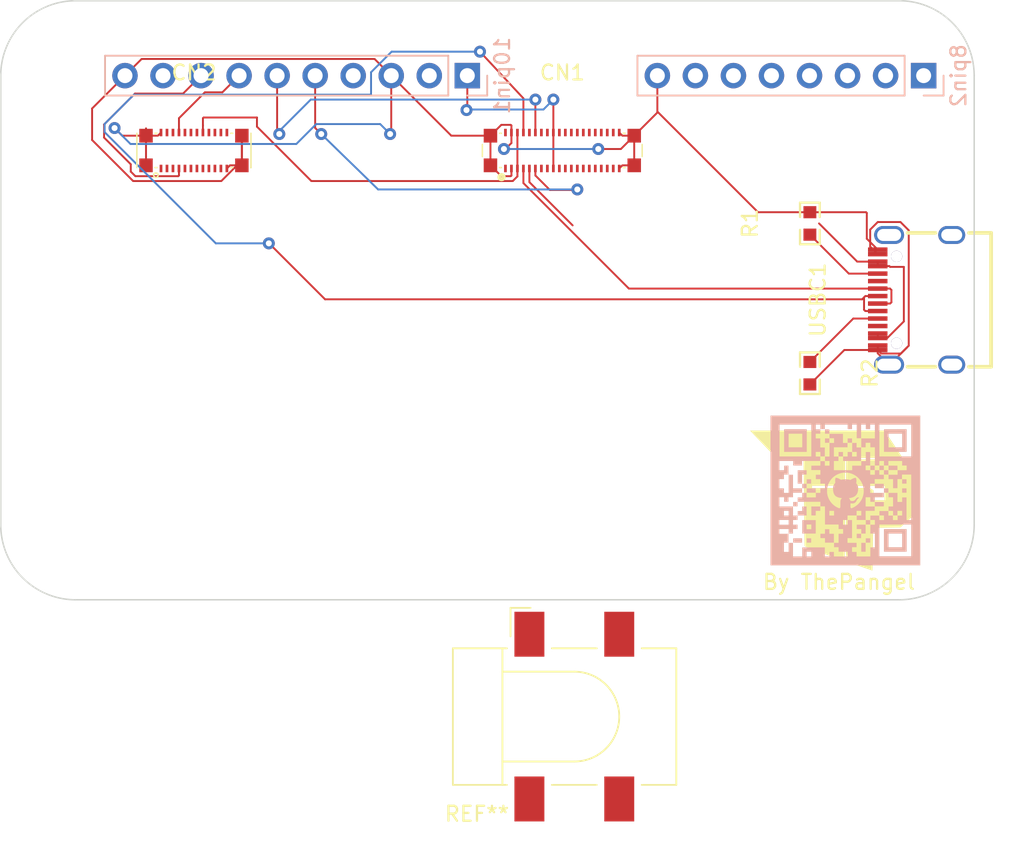
<source format=kicad_pcb>
(kicad_pcb (version 20221018) (generator pcbnew)
  (layers (0 "F.Cu" signal) (31 "B.Cu" signal) (34 "B.Paste" user) (35 "F.Paste" user) (36 "B.SilkS" user "B.Silkscreen") (37 "F.SilkS" user "F.Silkscreen") (38 "B.Mask" user) (39 "F.Mask" user) (44 "Edge.Cuts" user))
  (net 0 "")
  (net 11 "GND")
  (net 12 "Net-(10pin1-Pad1)")
  (net 13 "Net-(10pin1-Pad5)")
  (net 14 "Net-(10pin1-Pad6)")
  (net 17 "Net-(USBC1-DP1)")
  (net 18 "Net-(USBC1-DN1)")
  (net 19 "Net-(CN1-Pad9)")
  (net 45 "Net-(USBC1-CC2)")
  (net 46 "Net-(USBC1-CC1)")
  (net 49 "Net-(10pin1-Pad7)")
  (net 50 "Net-(10pin1-Pad8)")
  (net 51 "Net-(CN1-Pad5)")
  (footprint "easyeda2kicad:R0603" (layer "F.Cu") (at 154.03 114.87 90)
    (fp_text reference "R1" (at 0 -4 90) (layer "F.SilkS"))
    (fp_text value "RCT035K1JLF - 5.1K 5%")
    (pad "1" smd rect (at -0.75 0 90) (size 0.81 0.86) (layers "F.Cu" "F.Paste" "F.Mask") (net 45 "Net-(USBC1-CC2)"))
    (pad "2" smd rect (at 0.75 0 90) (size 0.81 0.86) (layers "F.Cu" "F.Paste" "F.Mask") (net 11 "GND"))
  )
  (footprint "Connector_BarrelJack:BarrelJack_CLIFF_FC681465S_SMT_Horizontal" (layer "F.Cu") (at 138.3 147.8)
    (fp_text reference "REF**" (at -6.5 6.5 180) (layer "F.SilkS"))
    (fp_text value "BarrelJack_CLIFF_FC681465S_SMT_Horizontal")
    (pad "" np_thru_hole oval (at -2.9 0 90) (size 2 1.5) (drill oval 2 1.5) (layers "*.Cu" "*.Mask"))
    (pad "" np_thru_hole circle (at 1.5 0 90) (size 2 2) (drill 2) (layers "*.Cu" "*.Mask"))
    (pad "1" smd rect (at -3 -5.5 90) (size 3 2) (layers "F.Cu" "F.Paste" "F.Mask"))
    (pad "1" smd rect (at 3 -5.5 90) (size 3 2) (layers "F.Cu" "F.Paste" "F.Mask"))
    (pad "2" smd rect (at 3 5.5 90) (size 3 2) (layers "F.Cu" "F.Paste" "F.Mask"))
    (pad "3" smd rect (at -3 5.5 90) (size 3 2) (layers "F.Cu" "F.Paste" "F.Mask"))
  )
  (footprint "easyeda2kicad:CONN-SMD_FBB04004-F24S1003K6M" (layer "F.Cu") (at 112.9 110)
    (fp_text reference "CN2" (at 0 -5.2) (layer "F.SilkS"))
    (fp_text value "FBB04004-F24S1003K6M")
    (pad "1" smd rect (at -2.2 1.2) (size 0.18 0.5) (layers "F.Cu" "F.Paste" "F.Mask"))
    (pad "2" smd rect (at -2.2 -1.2) (size 0.18 0.5) (layers "F.Cu" "F.Paste" "F.Mask") (net 11 "GND"))
    (pad "3" smd rect (at -1.8 1.2) (size 0.18 0.5) (layers "F.Cu" "F.Paste" "F.Mask"))
    (pad "4" smd rect (at -1.8 -1.2) (size 0.18 0.5) (layers "F.Cu" "F.Paste" "F.Mask"))
    (pad "5" smd rect (at -1.4 1.2) (size 0.18 0.5) (layers "F.Cu" "F.Paste" "F.Mask"))
    (pad "6" smd rect (at -1.4 -1.2) (size 0.18 0.5) (layers "F.Cu" "F.Paste" "F.Mask"))
    (pad "7" smd rect (at -1 1.2) (size 0.18 0.5) (layers "F.Cu" "F.Paste" "F.Mask") (net 50 "Net-(10pin1-Pad8)"))
    (pad "8" smd rect (at -1 -1.2) (size 0.18 0.5) (layers "F.Cu" "F.Paste" "F.Mask") (net 49 "Net-(10pin1-Pad7)"))
    (pad "9" smd rect (at -0.6 1.2) (size 0.18 0.5) (layers "F.Cu" "F.Paste" "F.Mask"))
    (pad "10" smd rect (at -0.6 -1.2) (size 0.18 0.5) (layers "F.Cu" "F.Paste" "F.Mask"))
    (pad "11" smd rect (at -0.2 1.2) (size 0.18 0.5) (layers "F.Cu" "F.Paste" "F.Mask"))
    (pad "12" smd rect (at -0.2 -1.2) (size 0.18 0.5) (layers "F.Cu" "F.Paste" "F.Mask"))
    (pad "13" smd rect (at 0.2 1.2) (size 0.18 0.5) (layers "F.Cu" "F.Paste" "F.Mask"))
    (pad "14" smd rect (at 0.2 -1.2) (size 0.18 0.5) (layers "F.Cu" "F.Paste" "F.Mask"))
    (pad "15" smd rect (at 0.6 1.2) (size 0.18 0.5) (layers "F.Cu" "F.Paste" "F.Mask"))
    (pad "16" smd rect (at 0.6 -1.2) (size 0.18 0.5) (layers "F.Cu" "F.Paste" "F.Mask") (net 51 "Net-(CN1-Pad5)"))
    (pad "17" smd rect (at 1 1.2) (size 0.18 0.5) (layers "F.Cu" "F.Paste" "F.Mask"))
    (pad "18" smd rect (at 1 -1.2) (size 0.18 0.5) (layers "F.Cu" "F.Paste" "F.Mask"))
    (pad "19" smd rect (at 1.4 1.2) (size 0.18 0.5) (layers "F.Cu" "F.Paste" "F.Mask"))
    (pad "20" smd rect (at 1.4 -1.2) (size 0.18 0.5) (layers "F.Cu" "F.Paste" "F.Mask"))
    (pad "21" smd rect (at 1.8 1.2) (size 0.18 0.5) (layers "F.Cu" "F.Paste" "F.Mask"))
    (pad "22" smd rect (at 1.8 -1.2) (size 0.18 0.5) (layers "F.Cu" "F.Paste" "F.Mask"))
    (pad "23" smd rect (at 2.2 1.2) (size 0.18 0.5) (layers "F.Cu" "F.Paste" "F.Mask") (net 11 "GND"))
    (pad "24" smd rect (at 2.2 -1.2) (size 0.18 0.5) (layers "F.Cu" "F.Paste" "F.Mask"))
    (pad "25" smd rect (at -3.2 0.99) (size 0.9 0.92) (layers "F.Cu" "F.Paste" "F.Mask") (net 11 "GND"))
    (pad "26" smd rect (at -3.2 -0.99) (size 0.9 0.92) (layers "F.Cu" "F.Paste" "F.Mask") (net 11 "GND"))
    (pad "27" smd rect (at 3.2 0.99) (size 0.9 0.92) (layers "F.Cu" "F.Paste" "F.Mask") (net 11 "GND"))
    (pad "28" smd rect (at 3.2 -0.99) (size 0.9 0.92) (layers "F.Cu" "F.Paste" "F.Mask") (net 11 "GND"))
  )
  (footprint "easyeda2kicad:R0603" (layer "F.Cu") (at 154.03 124.87 -90)
    (fp_text reference "R2" (at 0 -4 90) (layer "F.SilkS"))
    (fp_text value "RCT035K1JLF - 5.1K 5%")
    (pad "1" smd rect (at -0.75 0 270) (size 0.81 0.86) (layers "F.Cu" "F.Paste" "F.Mask") (net 46 "Net-(USBC1-CC1)"))
    (pad "2" smd rect (at 0.75 0 270) (size 0.81 0.86) (layers "F.Cu" "F.Paste" "F.Mask") (net 11 "GND"))
  )
  (footprint "Library:LOGO" (layer "F.Cu") (at 156.4 132.7)
    (fp_text reference "REF" hide)
    (fp_text value "LOGO" hide)
  )
  (footprint "easyeda2kicad:CONN-SMD_FBB04004-F40S1003K6M" (layer "F.Cu") (at 137.5 110)
    (fp_text reference "CN1" (at 0 -5.2) (layer "F.SilkS"))
    (fp_text value "FBB04004-F40S1003K6M")
    (pad "1" smd rect (at -3.8 1.2) (size 0.18 0.5) (layers "F.Cu" "F.Paste" "F.Mask"))
    (pad "2" smd rect (at -3.8 -1.2) (size 0.18 0.5) (layers "F.Cu" "F.Paste" "F.Mask"))
    (pad "3" smd rect (at -3.4 1.2) (size 0.18 0.5) (layers "F.Cu" "F.Paste" "F.Mask") (net 11 "GND"))
    (pad "4" smd rect (at -3.4 -1.2) (size 0.18 0.5) (layers "F.Cu" "F.Paste" "F.Mask") (net 11 "GND"))
    (pad "5" smd rect (at -3 1.2) (size 0.18 0.5) (layers "F.Cu" "F.Paste" "F.Mask") (net 51 "Net-(CN1-Pad5)"))
    (pad "6" smd rect (at -3 -1.2) (size 0.18 0.5) (layers "F.Cu" "F.Paste" "F.Mask") (net 51 "Net-(CN1-Pad5)"))
    (pad "7" smd rect (at -2.6 1.2) (size 0.18 0.5) (layers "F.Cu" "F.Paste" "F.Mask") (net 17 "Net-(USBC1-DP1)"))
    (pad "8" smd rect (at -2.6 -1.2) (size 0.18 0.5) (layers "F.Cu" "F.Paste" "F.Mask") (net 18 "Net-(USBC1-DN1)"))
    (pad "9" smd rect (at -2.2 1.2) (size 0.18 0.5) (layers "F.Cu" "F.Paste" "F.Mask") (net 19 "Net-(CN1-Pad9)"))
    (pad "10" smd rect (at -2.2 -1.2) (size 0.18 0.5) (layers "F.Cu" "F.Paste" "F.Mask"))
    (pad "11" smd rect (at -1.8 1.2) (size 0.18 0.5) (layers "F.Cu" "F.Paste" "F.Mask") (net 13 "Net-(10pin1-Pad5)"))
    (pad "12" smd rect (at -1.8 -1.2) (size 0.18 0.5) (layers "F.Cu" "F.Paste" "F.Mask") (net 14 "Net-(10pin1-Pad6)"))
    (pad "13" smd rect (at -1.4 1.2) (size 0.18 0.5) (layers "F.Cu" "F.Paste" "F.Mask"))
    (pad "14" smd rect (at -1.4 -1.2) (size 0.18 0.5) (layers "F.Cu" "F.Paste" "F.Mask"))
    (pad "15" smd rect (at -1 1.2) (size 0.18 0.5) (layers "F.Cu" "F.Paste" "F.Mask"))
    (pad "16" smd rect (at -1 -1.2) (size 0.18 0.5) (layers "F.Cu" "F.Paste" "F.Mask"))
    (pad "17" smd rect (at -0.6 1.2) (size 0.18 0.5) (layers "F.Cu" "F.Paste" "F.Mask") (net 12 "Net-(10pin1-Pad1)"))
    (pad "18" smd rect (at -0.6 -1.2) (size 0.18 0.5) (layers "F.Cu" "F.Paste" "F.Mask") (net 12 "Net-(10pin1-Pad1)"))
    (pad "19" smd rect (at -0.2 1.2) (size 0.18 0.5) (layers "F.Cu" "F.Paste" "F.Mask"))
    (pad "20" smd rect (at -0.2 -1.2) (size 0.18 0.5) (layers "F.Cu" "F.Paste" "F.Mask"))
    (pad "21" smd rect (at 0.2 1.2) (size 0.18 0.5) (layers "F.Cu" "F.Paste" "F.Mask"))
    (pad "22" smd rect (at 0.2 -1.2) (size 0.18 0.5) (layers "F.Cu" "F.Paste" "F.Mask"))
    (pad "23" smd rect (at 0.6 1.2) (size 0.18 0.5) (layers "F.Cu" "F.Paste" "F.Mask"))
    (pad "24" smd rect (at 0.6 -1.2) (size 0.18 0.5) (layers "F.Cu" "F.Paste" "F.Mask"))
    (pad "25" smd rect (at 1 1.2) (size 0.18 0.5) (layers "F.Cu" "F.Paste" "F.Mask"))
    (pad "26" smd rect (at 1 -1.2) (size 0.18 0.5) (layers "F.Cu" "F.Paste" "F.Mask"))
    (pad "27" smd rect (at 1.4 1.2) (size 0.18 0.5) (layers "F.Cu" "F.Paste" "F.Mask"))
    (pad "28" smd rect (at 1.4 -1.2) (size 0.18 0.5) (layers "F.Cu" "F.Paste" "F.Mask"))
    (pad "29" smd rect (at 1.8 1.2) (size 0.18 0.5) (layers "F.Cu" "F.Paste" "F.Mask"))
    (pad "30" smd rect (at 1.8 -1.2) (size 0.18 0.5) (layers "F.Cu" "F.Paste" "F.Mask"))
    (pad "31" smd rect (at 2.2 1.2) (size 0.18 0.5) (layers "F.Cu" "F.Paste" "F.Mask"))
    (pad "32" smd rect (at 2.2 -1.2) (size 0.18 0.5) (layers "F.Cu" "F.Paste" "F.Mask"))
    (pad "33" smd rect (at 2.6 1.2) (size 0.18 0.5) (layers "F.Cu" "F.Paste" "F.Mask"))
    (pad "34" smd rect (at 2.6 -1.2) (size 0.18 0.5) (layers "F.Cu" "F.Paste" "F.Mask"))
    (pad "35" smd rect (at 3 1.2) (size 0.18 0.5) (layers "F.Cu" "F.Paste" "F.Mask"))
    (pad "36" smd rect (at 3 -1.2) (size 0.18 0.5) (layers "F.Cu" "F.Paste" "F.Mask"))
    (pad "37" smd rect (at 3.4 1.2) (size 0.18 0.5) (layers "F.Cu" "F.Paste" "F.Mask"))
    (pad "38" smd rect (at 3.4 -1.2) (size 0.18 0.5) (layers "F.Cu" "F.Paste" "F.Mask"))
    (pad "39" smd rect (at 3.8 1.2) (size 0.18 0.5) (layers "F.Cu" "F.Paste" "F.Mask") (net 11 "GND"))
    (pad "40" smd rect (at 3.8 -1.2) (size 0.18 0.5) (layers "F.Cu" "F.Paste" "F.Mask") (net 11 "GND"))
    (pad "41" smd rect (at -4.8 0.99) (size 0.9 0.92) (layers "F.Cu" "F.Paste" "F.Mask") (net 11 "GND"))
    (pad "42" smd rect (at -4.8 -0.99) (size 0.9 0.92) (layers "F.Cu" "F.Paste" "F.Mask") (net 11 "GND"))
    (pad "43" smd rect (at 4.8 0.99) (size 0.9 0.92) (layers "F.Cu" "F.Paste" "F.Mask") (net 11 "GND"))
    (pad "44" smd rect (at 4.8 -0.99) (size 0.9 0.92) (layers "F.Cu" "F.Paste" "F.Mask") (net 11 "GND"))
  )
  (footprint "easyeda2kicad:USB-C_SMD-TYPE-C-31-M-12" (layer "F.Cu") (at 161.03 119.97 90)
    (fp_text reference "USBC1" (at 0 -6.47 90) (layer "F.SilkS"))
    (fp_text value "TYPE-C-31-M-12")
    (pad "" thru_hole circle (at -2.9 -1.21 90) (size 0.75 0.75) (drill 0.75) (layers "*.Cu" "*.Mask"))
    (pad "" thru_hole circle (at 2.9 -1.21 90) (size 0.75 0.75) (drill 0.75) (layers "*.Cu" "*.Mask"))
    (pad "0" thru_hole oval (at -4.33 -1.71 90) (size 1.2 2) (drill oval 0.799998 1.600022) (layers "*.Cu" "*.Mask") (net 11 "GND"))
    (pad "1" thru_hole oval (at 4.33 -1.71 90) (size 1.2 2) (drill oval 0.799998 1.599971) (layers "*.Cu" "*.Mask"))
    (pad "2" thru_hole oval (at 4.33 2.47 90) (size 1.2 1.8) (drill oval 0.799998 1.399997) (layers "*.Cu" "*.Mask"))
    (pad "3" thru_hole oval (at -4.33 2.47 90) (size 1.2 1.8) (drill oval 0.799998 1.399997) (layers "*.Cu" "*.Mask"))
    (pad "A1" smd rect (at -3.35 -2.47 90) (size 0.3 1.3) (layers "F.Cu" "F.Paste" "F.Mask") (net 11 "GND"))
    (pad "A4" smd rect (at -2.55 -2.47 90) (size 0.3 1.3) (layers "F.Cu" "F.Paste" "F.Mask") (net 19 "Net-(CN1-Pad9)"))
    (pad "A5" smd rect (at -1.25 -2.47 90) (size 0.3 1.3) (layers "F.Cu" "F.Paste" "F.Mask") (net 46 "Net-(USBC1-CC1)"))
    (pad "A6" smd rect (at -0.25 -2.47 90) (size 0.3 1.3) (layers "F.Cu" "F.Paste" "F.Mask") (net 17 "Net-(USBC1-DP1)"))
    (pad "A7" smd rect (at 0.25 -2.47 90) (size 0.3 1.3) (layers "F.Cu" "F.Paste" "F.Mask") (net 18 "Net-(USBC1-DN1)"))
    (pad "A8" smd rect (at 1.25 -2.47 90) (size 0.3 1.3) (layers "F.Cu" "F.Paste" "F.Mask"))
    (pad "A9" smd rect (at 2.55 -2.47 90) (size 0.3 1.3) (layers "F.Cu" "F.Paste" "F.Mask") (net 19 "Net-(CN1-Pad9)"))
    (pad "A12" smd rect (at 3.35 -2.47 90) (size 0.3 1.3) (layers "F.Cu" "F.Paste" "F.Mask") (net 11 "GND"))
    (pad "B1" smd rect (at 3.05 -2.47 90) (size 0.3 1.3) (layers "F.Cu" "F.Paste" "F.Mask") (net 11 "GND"))
    (pad "B4" smd rect (at 2.25 -2.47 90) (size 0.3 1.3) (layers "F.Cu" "F.Paste" "F.Mask") (net 19 "Net-(CN1-Pad9)"))
    (pad "B5" smd rect (at 1.75 -2.47 90) (size 0.3 1.3) (layers "F.Cu" "F.Paste" "F.Mask") (net 45 "Net-(USBC1-CC2)"))
    (pad "B6" smd rect (at 0.75 -2.47 90) (size 0.3 1.3) (layers "F.Cu" "F.Paste" "F.Mask") (net 17 "Net-(USBC1-DP1)"))
    (pad "B7" smd rect (at -0.75 -2.47 90) (size 0.3 1.3) (layers "F.Cu" "F.Paste" "F.Mask") (net 18 "Net-(USBC1-DN1)"))
    (pad "B8" smd rect (at -1.75 -2.47 90) (size 0.3 1.3) (layers "F.Cu" "F.Paste" "F.Mask"))
    (pad "B9" smd rect (at -2.25 -2.47 90) (size 0.3 1.3) (layers "F.Cu" "F.Paste" "F.Mask") (net 19 "Net-(CN1-Pad9)"))
    (pad "B12" smd rect (at -3.05 -2.47 90) (size 0.3 1.3) (layers "F.Cu" "F.Paste" "F.Mask") (net 11 "GND"))
  )
  (footprint "LOGO" (layer "B.Cu") (at 156.4 132.7 180)
    (fp_text reference "" (at 0 0) (layer "B.SilkS") (effects (font (size 1.5 1.5) (thickness 0.3)) (justify mirror)))
    (fp_text value "LOGO" hide)
  )
  (footprint "Connector_PinHeader_2.54mm:PinHeader_1x10_P2.54mm_Vertical" (layer "B.Cu") (at 131.155 105 90)
    (fp_text reference "10pin1" (at 0 2.33 90) (layer "B.SilkS") (effects (justify mirror)))
    (fp_text value "~")
    (pad "1" thru_hole rect (at 0 0 90) (size 1.7 1.7) (drill 1) (layers "*.Cu" "*.Mask") (net 12 "Net-(10pin1-Pad1)"))
    (pad "2" thru_hole oval (at 0 -2.54 90) (size 1.7 1.7) (drill 1) (layers "*.Cu" "*.Mask"))
    (pad "3" thru_hole oval (at 0 -5.08 90) (size 1.7 1.7) (drill 1) (layers "*.Cu" "*.Mask") (net 11 "GND"))
    (pad "4" thru_hole oval (at 0 -7.62 90) (size 1.7 1.7) (drill 1) (layers "*.Cu" "*.Mask"))
    (pad "5" thru_hole oval (at 0 -10.16 90) (size 1.7 1.7) (drill 1) (layers "*.Cu" "*.Mask") (net 13 "Net-(10pin1-Pad5)"))
    (pad "6" thru_hole oval (at 0 -12.7 90) (size 1.7 1.7) (drill 1) (layers "*.Cu" "*.Mask") (net 14 "Net-(10pin1-Pad6)"))
    (pad "7" thru_hole oval (at 0 -15.24 90) (size 1.7 1.7) (drill 1) (layers "*.Cu" "*.Mask") (net 49 "Net-(10pin1-Pad7)"))
    (pad "8" thru_hole oval (at 0 -17.78 90) (size 1.7 1.7) (drill 1) (layers "*.Cu" "*.Mask") (net 50 "Net-(10pin1-Pad8)"))
    (pad "9" thru_hole oval (at 0 -20.32 90) (size 1.7 1.7) (drill 1) (layers "*.Cu" "*.Mask"))
    (pad "10" thru_hole oval (at 0 -22.86 90) (size 1.7 1.7) (drill 1) (layers "*.Cu" "*.Mask") (net 11 "GND"))
  )
  (footprint "Connector_PinHeader_2.54mm:PinHeader_1x08_P2.54mm_Vertical" (layer "B.Cu") (at 161.625 105 90)
    (fp_text reference "8pin2" (at 0 2.33 90) (layer "B.SilkS") (effects (justify mirror)))
    (fp_text value "~")
    (pad "1" thru_hole rect (at 0 0 90) (size 1.7 1.7) (drill 1) (layers "*.Cu" "*.Mask"))
    (pad "2" thru_hole oval (at 0 -2.54 90) (size 1.7 1.7) (drill 1) (layers "*.Cu" "*.Mask"))
    (pad "3" thru_hole oval (at 0 -5.08 90) (size 1.7 1.7) (drill 1) (layers "*.Cu" "*.Mask"))
    (pad "4" thru_hole oval (at 0 -7.62 90) (size 1.7 1.7) (drill 1) (layers "*.Cu" "*.Mask"))
    (pad "5" thru_hole oval (at 0 -10.16 90) (size 1.7 1.7) (drill 1) (layers "*.Cu" "*.Mask"))
    (pad "6" thru_hole oval (at 0 -12.7 90) (size 1.7 1.7) (drill 1) (layers "*.Cu" "*.Mask"))
    (pad "7" thru_hole oval (at 0 -15.24 90) (size 1.7 1.7) (drill 1) (layers "*.Cu" "*.Mask"))
    (pad "8" thru_hole oval (at 0 -17.78 90) (size 1.7 1.7) (drill 1) (layers "*.Cu" "*.Mask") (net 11 "GND"))
  )
  (gr_arc (start 100 105) (mid 101.464466 101.464466) (end 105 100) (stroke (width 0.1)) (layer "Edge.Cuts"))
  (gr_arc (start 160 100) (mid 163.535533 101.464466) (end 165 105) (stroke (width 0.1)) (layer "Edge.Cuts"))
  (gr_line (start 165 105) (end 165 135) (stroke (width 0.1)) (layer "Edge.Cuts"))
  (gr_line (start 105 100) (end 160 100) (stroke (width 0.1)) (layer "Edge.Cuts"))
  (gr_line (start 100 135) (end 100 105) (stroke (width 0.1)) (layer "Edge.Cuts"))
  (gr_arc (start 105 140) (mid 101.464466 138.535534) (end 100 135) (stroke (width 0.1)) (layer "Edge.Cuts"))
  (gr_arc (start 165 135) (mid 163.535534 138.535533) (end 160 140) (stroke (width 0.1)) (layer "Edge.Cuts"))
  (gr_line (start 160 140) (end 105 140) (stroke (width 0.1)) (layer "Edge.Cuts"))
  (gr_text "By ThePangel" (at 150.8 139.4) (layer "F.SilkS") (effects (font (size 1 1)) (justify left bottom)))
  (segment (start 134.1 108.333) (end 134.1 108.8) (width 0.127) (layer "F.Cu") (net 11))
  (segment (start 157.83 115.89) (end 157.83 114.17) (width 0.127) (layer "F.Cu") (net 11))
  (segment (start 160.077673 114.7765) (end 160.63 115.328827) (width 0.127) (layer "F.Cu") (net 11))
  (segment (start 116.1 110.99) (end 115.31 110.99) (width 0.127) (layer "F.Cu") (net 11))
  (segment (start 124.9615 103.8865) (end 126.075 105) (width 0.127) (layer "F.Cu") (net 11))
  (segment (start 132.7 110.99) (end 133.0035 110.6865) (width 0.127) (layer "F.Cu") (net 11))
  (segment (start 108.11 109.01) (end 109.7 109.01) (width 0.127) (layer "F.Cu") (net 11))
  (segment (start 158.0565 116.4165) (end 158.0565 115.282327) (width 0.127) (layer "F.Cu") (net 11))
  (segment (start 115.31 110.99) (end 115.1 111.2) (width 0.127) (layer "F.Cu") (net 11))
  (segment (start 126.075 105) (end 130.085 109.01) (width 0.127) (layer "F.Cu") (net 11))
  (segment (start 108.8405 112.0405) (end 106.1 109.3) (width 0.127) (layer "F.Cu") (net 11))
  (segment (start 142.3 110.99) (end 141.51 110.99) (width 0.127) (layer "F.Cu") (net 11))
  (segment (start 109.4085 103.8865) (end 124.9615 103.8865) (width 0.127) (layer "F.Cu") (net 11))
  (segment (start 143.845 107.465) (end 142.3 109.01) (width 0.127) (layer "F.Cu") (net 11))
  (segment (start 157.83 114.17) (end 157.78 114.12) (width 0.127) (layer "F.Cu") (net 11))
  (segment (start 116.1 110.667) (end 114.7265 112.0405) (width 0.127) (layer "F.Cu") (net 11))
  (segment (start 158.562327 114.7765) (end 160.077673 114.7765) (width 0.127) (layer "F.Cu") (net 11))
  (segment (start 110.49 109.01) (end 110.7 108.8) (width 0.127) (layer "F.Cu") (net 11))
  (segment (start 159.363686 124.3) (end 160.511843 123.151843) (width 0.127) (layer "F.Cu") (net 11))
  (segment (start 160.63 115.328827) (end 160.63 123.033686) (width 0.127) (layer "F.Cu") (net 11))
  (segment (start 143.845 107.4) (end 143.845 107.465) (width 0.127) (layer "F.Cu") (net 11))
  (segment (start 142.3 110.99) (end 142.3 109.01) (width 0.127) (layer "F.Cu") (net 11))
  (segment (start 133.7 109.9) (end 133.6 109.9) (width 0.127) (layer "F.Cu") (net 11))
  (segment (start 141.9965 110.6865) (end 142.3 110.99) (width 0.127) (layer "F.Cu") (net 11))
  (segment (start 160.105186 123.5585) (end 158.7985 123.5585) (width 0.127) (layer "F.Cu") (net 11))
  (segment (start 116.1 109.01) (end 116.1 110.667) (width 0.127) (layer "F.Cu") (net 11))
  (segment (start 143.845 107.4) (end 150.565 114.12) (width 0.127) (layer "F.Cu") (net 11))
  (segment (start 158.56 116.92) (end 158.0565 116.4165) (width 0.127) (layer "F.Cu") (net 11))
  (segment (start 133.4235 108.2865) (end 134.0535 108.2865) (width 0.127) (layer "F.Cu") (net 11))
  (segment (start 158.56 116.62) (end 157.83 115.89) (width 0.127) (layer "F.Cu") (net 11))
  (segment (start 156.33 123.32) (end 154.03 125.62) (width 0.127) (layer "F.Cu") (net 11))
  (segment (start 141.51 110.99) (end 141.3 111.2) (width 0.127) (layer "F.Cu") (net 11))
  (segment (start 158.0565 115.282327) (end 158.562327 114.7765) (width 0.127) (layer "F.Cu") (net 11))
  (segment (start 150.565 114.12) (end 154.03 114.12) (width 0.127) (layer "F.Cu") (net 11))
  (segment (start 126 108.9) (end 126.075 108.825) (width 0.127) (layer "F.Cu") (net 11))
  (segment (start 160.63 123.033686) (end 160.511843 123.151843) (width 0.127) (layer "F.Cu") (net 11))
  (segment (start 109.7 110.5) (end 109.7 108.52) (width 0.127) (layer "F.Cu") (net 11))
  (segment (start 158.56 123.02) (end 158.56 123.54) (width 0.127) (layer "F.Cu") (net 11))
  (segment (start 158.56 123.54) (end 159.32 124.3) (width 0.127) (layer "F.Cu") (net 11))
  (segment (start 108.295 105) (end 109.4085 103.8865) (width 0.127) (layer "F.Cu") (net 11))
  (segment (start 109.7 109.01) (end 110.49 109.01) (width 0.127) (layer "F.Cu") (net 11))
  (segment (start 142.3 109.01) (end 141.51 109.01) (width 0.127) (layer "F.Cu") (net 11))
  (segment (start 160.511843 123.151843) (end 160.105186 123.5585) (width 0.127) (layer "F.Cu") (net 11))
  (segment (start 158.56 123.32) (end 156.33 123.32) (width 0.127) (layer "F.Cu") (net 11))
  (segment (start 132.7 110.99) (end 133.4235 111.7135) (width 0.127) (layer "F.Cu") (net 11))
  (segment (start 157.78 114.12) (end 154.03 114.12) (width 0.127) (layer "F.Cu") (net 11))
  (segment (start 143.845 105) (end 143.845 107.4) (width 0.127) (layer "F.Cu") (net 11))
  (segment (start 134.1 108.8) (end 134.1 109.5) (width 0.127) (layer "F.Cu") (net 11))
  (segment (start 159.32 124.3) (end 159.363686 124.3) (width 0.127) (layer "F.Cu") (net 11))
  (segment (start 139.9 109.9) (end 141.41 109.9) (width 0.127) (layer "F.Cu") (net 11))
  (segment (start 134.1 111.667) (end 134.1 111.2) (width 0.127) (layer "F.Cu") (net 11))
  (segment (start 114.7265 112.0405) (end 108.8405 112.0405) (width 0.127) (layer "F.Cu") (net 11))
  (segment (start 107.6 108.5) (end 108.11 109.01) (width 0.127) (layer "F.Cu") (net 11))
  (segment (start 134.0535 108.2865) (end 134.1 108.333) (width 0.127) (layer "F.Cu") (net 11))
  (segment (start 141.41 109.9) (end 142.3 109.01) (width 0.127) (layer "F.Cu") (net 11))
  (segment (start 134.0535 111.7135) (end 134.1 111.667) (width 0.127) (layer "F.Cu") (net 11))
  (segment (start 133.4235 111.7135) (end 134.0535 111.7135) (width 0.127) (layer "F.Cu") (net 11))
  (segment (start 134.1 109.5) (end 133.7 109.9) (width 0.127) (layer "F.Cu") (net 11))
  (segment (start 132.7 109.01) (end 133.4235 108.2865) (width 0.127) (layer "F.Cu") (net 11))
  (segment (start 159.5 124.3) (end 159.53 124.27) (width 0.127) (layer "F.Cu") (net 11))
  (segment (start 106.1 107.195) (end 108.295 105) (width 0.127) (layer "F.Cu") (net 11))
  (segment (start 159.32 124.3) (end 159.5 124.3) (width 0.127) (layer "F.Cu") (net 11))
  (segment (start 126.075 108.825) (end 126.075 105) (width 0.127) (layer "F.Cu") (net 11))
  (segment (start 116.1 109.01) (end 116.1 110.99) (width 0.127) (layer "F.Cu") (net 11))
  (segment (start 132.7 110.99) (end 132.7 109.01) (width 0.127) (layer "F.Cu") (net 11))
  (segment (start 130.085 109.01) (end 132.7 109.01) (width 0.127) (layer "F.Cu") (net 11))
  (segment (start 158.7985 123.5585) (end 158.56 123.32) (width 0.127) (layer "F.Cu") (net 11))
  (segment (start 141.51 109.01) (end 141.3 108.8) (width 0.127) (layer "F.Cu") (net 11))
  (segment (start 106.1 109.3) (end 106.1 107.195) (width 0.127) (layer "F.Cu") (net 11))
  (via (at 126 108.9) (size 0.8) (drill 0.4) (layers "F.Cu" "B.Cu") (net 11))
  (via (at 107.6 108.5) (size 0.8) (drill 0.4) (layers "F.Cu" "B.Cu") (net 11))
  (via (at 139.9 109.9) (size 0.8) (drill 0.4) (layers "F.Cu" "B.Cu") (net 11))
  (via (at 133.6 109.9) (size 0.8) (drill 0.4) (layers "F.Cu" "B.Cu") (net 11))
  (segment (start 108.6635 109.5635) (end 119.7365 109.5635) (width 0.127) (layer "B.Cu") (net 11))
  (segment (start 107.6 108.5) (end 108.6635 109.5635) (width 0.127) (layer "B.Cu") (net 11))
  (segment (start 119.7365 109.5635) (end 121.0635 108.2365) (width 0.127) (layer "B.Cu") (net 11))
  (segment (start 126 108.9) (end 126.1 109) (width 0.127) (layer "B.Cu") (net 11))
  (segment (start 125.3365 108.2365) (end 126 108.9) (width 0.127) (layer "B.Cu") (net 11))
  (segment (start 133.6 109.9) (end 139.9 109.9) (width 0.127) (layer "B.Cu") (net 11))
  (segment (start 121.0635 108.2365) (end 125.3365 108.2365) (width 0.127) (layer "B.Cu") (net 11))
  (segment (start 131.155 107.245) (end 131.155 105) (width 0.127) (layer "F.Cu") (net 12))
  (segment (start 136.9 108.8) (end 136.9 106.6) (width 0.127) (layer "F.Cu") (net 12))
  (segment (start 136.9 108.8) (end 136.9 111.2) (width 0.127) (layer "F.Cu") (net 12))
  (segment (start 131.1 107.3) (end 131.155 107.245) (width 0.127) (layer "F.Cu") (net 12))
  (via (at 136.9 106.6) (size 0.8) (drill 0.4) (layers "F.Cu" "B.Cu") (net 12))
  (via (at 131.1 107.3) (size 0.8) (drill 0.4) (layers "F.Cu" "B.Cu") (net 12))
  (segment (start 136.9 106.6) (end 136.2365 107.2635) (width 0.127) (layer "B.Cu") (net 12))
  (segment (start 131.1365 107.2635) (end 131.1 107.3) (width 0.127) (layer "B.Cu") (net 12))
  (segment (start 136.2365 107.2635) (end 131.1365 107.2635) (width 0.127) (layer "B.Cu") (net 12))
  (segment (start 135.7 111.667) (end 136.6695 112.6365) (width 0.127) (layer "F.Cu") (net 13))
  (segment (start 138.5 112.6) (end 138.5365 112.6365) (width 0.127) (layer "F.Cu") (net 13))
  (segment (start 120.995 108.495) (end 120.995 105) (width 0.127) (layer "F.Cu") (net 13))
  (segment (start 121.4 108.9) (end 120.995 108.495) (width 0.127) (layer "F.Cu") (net 13))
  (segment (start 138.4635 112.6365) (end 138.5 112.6) (width 0.127) (layer "F.Cu") (net 13))
  (segment (start 138.5365 112.6365) (end 138.6 112.6365) (width 0.127) (layer "F.Cu") (net 13))
  (segment (start 136.6695 112.6365) (end 138.4635 112.6365) (width 0.127) (layer "F.Cu") (net 13))
  (segment (start 135.7 111.2) (end 135.7 111.667) (width 0.127) (layer "F.Cu") (net 13))
  (via (at 121.4 108.9) (size 0.8) (drill 0.4) (layers "F.Cu" "B.Cu") (net 13))
  (via (at 138.5 112.6) (size 0.8) (drill 0.4) (layers "F.Cu" "B.Cu") (net 13))
  (segment (start 121.4 108.9) (end 121.5 108.9) (width 0.127) (layer "B.Cu") (net 13))
  (segment (start 125.2 112.6) (end 121.4 108.9) (width 0.127) (layer "B.Cu") (net 13))
  (segment (start 138.5 112.6) (end 125.2 112.6) (width 0.127) (layer "B.Cu") (net 13))
  (segment (start 135.7 108.8) (end 135.7 106.6) (width 0.127) (layer "F.Cu") (net 14))
  (segment (start 118.455 108.755) (end 118.455 105) (width 0.127) (layer "F.Cu") (net 14))
  (segment (start 118.6 108.9) (end 118.455 108.755) (width 0.127) (layer "F.Cu") (net 14))
  (via (at 135.7 106.6) (size 0.8) (drill 0.4) (layers "F.Cu" "B.Cu") (net 14))
  (via (at 118.6 108.9) (size 0.8) (drill 0.4) (layers "F.Cu" "B.Cu") (net 14))
  (segment (start 118.6 108.7) (end 118.6 108.9) (width 0.127) (layer "B.Cu") (net 14))
  (segment (start 120.7 106.6) (end 118.6 108.7) (width 0.127) (layer "B.Cu") (net 14))
  (segment (start 118.6 108.9) (end 118.4 108.9) (width 0.127) (layer "B.Cu") (net 14))
  (segment (start 118.4 108.9) (end 118.4 108.9) (width 0.127) (layer "B.Cu") (net 14))
  (segment (start 135.7 106.6) (end 120.7 106.6) (width 0.127) (layer "B.Cu") (net 14))
  (segment (start 134.9 112.175948) (end 134.9 111.2) (width 0.127) (layer "F.Cu") (net 17))
  (segment (start 159.387 120.22) (end 158.56 120.22) (width 0.127) (layer "F.Cu") (net 17))
  (segment (start 158.56 119.22) (end 159.38 119.22) (width 0.127) (layer "F.Cu") (net 17))
  (segment (start 141.912026 119.187974) (end 134.9 112.175948) (width 0.127) (layer "F.Cu") (net 17))
  (segment (start 159.4735 120.1335) (end 159.387 120.22) (width 0.127) (layer "F.Cu") (net 17))
  (segment (start 141.944052 119.22) (end 141.912026 119.187974) (width 0.127) (layer "F.Cu") (net 17))
  (segment (start 158.56 119.22) (end 141.944052 119.22) (width 0.127) (layer "F.Cu") (net 17))
  (segment (start 159.4735 119.3135) (end 159.4735 120.1335) (width 0.127) (layer "F.Cu") (net 17))
  (segment (start 159.38 119.22) (end 159.4735 119.3135) (width 0.127) (layer "F.Cu") (net 17))
  (segment (start 157.6465 119.8065) (end 157.6465 120.6335) (width 0.127) (layer "F.Cu") (net 18))
  (segment (start 157.733 119.72) (end 157.6465 119.8065) (width 0.127) (layer "F.Cu") (net 18))
  (segment (start 157.5165 119.9365) (end 121.656773 119.9365) (width 0.127) (layer "F.Cu") (net 18))
  (segment (start 157.733 120.72) (end 158.56 120.72) (width 0.127) (layer "F.Cu") (net 18))
  (segment (start 157.6465 120.6335) (end 157.733 120.72) (width 0.127) (layer "F.Cu") (net 18))
  (segment (start 157.6465 119.8065) (end 157.5165 119.9365) (width 0.127) (layer "F.Cu") (net 18))
  (segment (start 134.9 106.518) (end 134.9 108.8) (width 0.127) (layer "F.Cu") (net 18))
  (segment (start 121.656773 119.9365) (end 117.9365 116.216227) (width 0.127) (layer "F.Cu") (net 18))
  (segment (start 117.9365 116.216227) (end 117.9 116.2) (width 0.127) (layer "F.Cu") (net 18))
  (segment (start 158.56 119.72) (end 157.733 119.72) (width 0.127) (layer "F.Cu") (net 18))
  (segment (start 132 103.4) (end 134.9 106.518) (width 0.127) (layer "F.Cu") (net 18))
  (segment (start 131.9415 103.5595) (end 132 103.4) (width 0.127) (layer "F.Cu") (net 18))
  (via (at 117.9 116.2) (size 0.8) (drill 0.4) (layers "F.Cu" "B.Cu") (net 18))
  (via (at 132 103.4) (size 0.8) (drill 0.4) (layers "F.Cu" "B.Cu") (net 18))
  (segment (start 106.9365 108.774831) (end 106.9365 108.225169) (width 0.127) (layer "B.Cu") (net 18))
  (segment (start 124.727 104.773273) (end 126.100273 103.4) (width 0.127) (layer "B.Cu") (net 18))
  (segment (start 106.9365 108.225169) (end 108.888669 106.273) (width 0.127) (layer "B.Cu") (net 18))
  (segment (start 124.727 106.273) (end 124.727 104.773273) (width 0.127) (layer "B.Cu") (net 18))
  (segment (start 126.100273 103.4) (end 132 103.4) (width 0.127) (layer "B.Cu") (net 18))
  (segment (start 114.361669 116.2) (end 106.9365 108.774831) (width 0.127) (layer "B.Cu") (net 18))
  (segment (start 108.888669 106.273) (end 124.727 106.273) (width 0.127) (layer "B.Cu") (net 18))
  (segment (start 117.9 116.2) (end 114.361669 116.2) (width 0.127) (layer "B.Cu") (net 18))
  (segment (start 158.56 117.72) (end 159.337 117.72) (width 0.127) (layer "F.Cu") (net 19))
  (segment (start 159.337 117.72) (end 159.387 117.77) (width 0.127) (layer "F.Cu") (net 19))
  (segment (start 158.56 117.42) (end 157.192 117.42) (width 0.127) (layer "F.Cu") (net 19))
  (segment (start 159.196314 122.52) (end 158.56 122.52) (width 0.127) (layer "F.Cu") (net 19))
  (segment (start 135.3 112.1135) (end 135.3 111.2) (width 0.127) (layer "F.Cu") (net 19))
  (segment (start 159.387 117.77) (end 160.303 117.77) (width 0.127) (layer "F.Cu") (net 19))
  (segment (start 138.1865 115) (end 135.3 112.1135) (width 0.127) (layer "F.Cu") (net 19))
  (segment (start 160.303 121.413314) (end 159.196314 122.52) (width 0.127) (layer "F.Cu") (net 19))
  (segment (start 158.56 117.42) (end 158.56 117.72) (width 0.127) (layer "F.Cu") (net 19))
  (segment (start 160.303 117.77) (end 160.303 121.413314) (width 0.127) (layer "F.Cu") (net 19))
  (segment (start 157.192 117.42) (end 154.642 114.87) (width 0.127) (layer "F.Cu") (net 19))
  (segment (start 158.56 122.22) (end 158.56 122.52) (width 0.127) (layer "F.Cu") (net 19))
  (segment (start 154.03 115.62) (end 156.63 118.22) (width 0.127) (layer "F.Cu") (net 45))
  (segment (start 156.63 118.22) (end 158.56 118.22) (width 0.127) (layer "F.Cu") (net 45))
  (segment (start 156.93 121.22) (end 154.03 124.12) (width 0.127) (layer "F.Cu") (net 46))
  (segment (start 158.56 121.22) (end 156.93 121.22) (width 0.127) (layer "F.Cu") (net 46))
  (segment (start 114.8015 106.1135) (end 113.6295 106.1135) (width 0.127) (layer "F.Cu") (net 49))
  (segment (start 113.6295 106.1135) (end 111.9 107.843) (width 0.127) (layer "F.Cu") (net 49))
  (segment (start 111.9 107.843) (end 111.9 108.8) (width 0.127) (layer "F.Cu") (net 49))
  (segment (start 115.915 105) (end 114.8015 106.1135) (width 0.127) (layer "F.Cu") (net 49))
  (segment (start 108.6815 110.9185) (end 106.9 109.137) (width 0.127) (layer "F.Cu") (net 50))
  (segment (start 108.961669 106.2) (end 112.175 106.2) (width 0.127) (layer "F.Cu") (net 50))
  (segment (start 111.8535 111.7135) (end 108.9865 111.7135) (width 0.127) (layer "F.Cu") (net 50))
  (segment (start 106.9 108.261669) (end 108.961669 106.2) (width 0.127) (layer "F.Cu") (net 50))
  (segment (start 108.6815 111.4085) (end 108.6815 110.9185) (width 0.127) (layer "F.Cu") (net 50))
  (segment (start 111.9 111.667) (end 111.8535 111.7135) (width 0.127) (layer "F.Cu") (net 50))
  (segment (start 108.9865 111.7135) (end 108.6815 111.4085) (width 0.127) (layer "F.Cu") (net 50))
  (segment (start 111.9 111.2) (end 111.9 111.667) (width 0.127) (layer "F.Cu") (net 50))
  (segment (start 106.9 109.137) (end 106.9 108.261669) (width 0.127) (layer "F.Cu") (net 50))
  (segment (start 112.175 106.2) (end 113.375 105) (width 0.127) (layer "F.Cu") (net 50))
  (segment (start 134.188948 112.0405) (end 134.5 111.729448) (width 0.127) (layer "F.Cu") (net 51))
  (segment (start 113.5 108.31) (end 113.5 107.843) (width 0.127) (layer "F.Cu") (net 51))
  (segment (start 120.7405 112.0405) (end 134.188948 112.0405) (width 0.127) (layer "F.Cu") (net 51))
  (segment (start 113.5465 107.7965) (end 117.107831 107.7965) (width 0.127) (layer "F.Cu") (net 51))
  (segment (start 117.107831 108.407831) (end 120.7405 112.0405) (width 0.127) (layer "F.Cu") (net 51))
  (segment (start 113.5 108.777) (end 113.5 108.31) (width 0.127) (layer "F.Cu") (net 51))
  (segment (start 117.107831 107.7965) (end 117.107831 108.407831) (width 0.127) (layer "F.Cu") (net 51))
  (segment (start 134.5 108.8) (end 134.5 111.2) (width 0.127) (layer "F.Cu") (net 51))
  (segment (start 134.5 111.729448) (end 134.5 111.2) (width 0.127) (layer "F.Cu") (net 51))
  (segment (start 113.5 107.843) (end 113.5465 107.7965) (width 0.127) (layer "F.Cu") (net 51))
)
</source>
